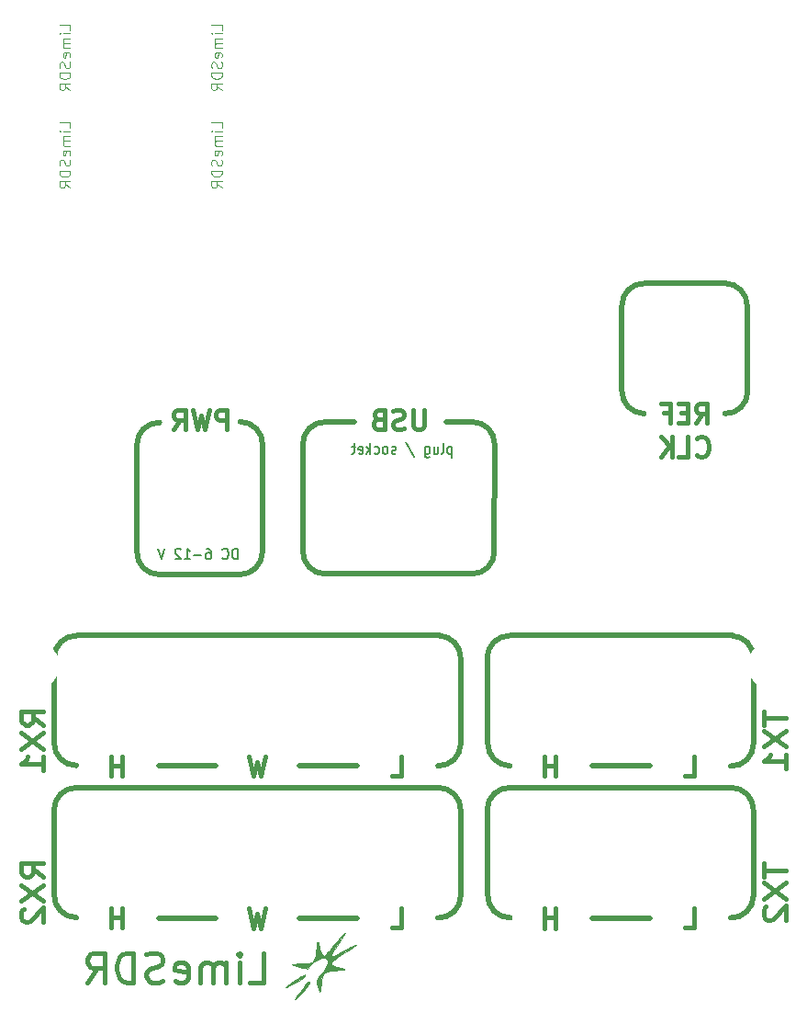
<source format=gbo>
%MOIN*%
%OFA0B0*%
%FSLAX46Y46*%
%IPPOS*%
%LPD*%
%ADD10C,0.005905511811023622*%
%ADD11C,0.015748031496062995*%
%ADD12C,0.01968503937007874*%
%ADD13C,0.017716535433070866*%
%ADD14C,0.00039370078740157485*%
%ADD15C,0.03937007874015748*%
%ADD16C,0.11811023622047245*%
%ADD17C,0.027559055118110236*%
%ADD18C,0.053149606299212608*%
%ADD29C,0.005905511811023622*%
%ADD30C,0.0078740157480314977*%
%ADD31C,0.01968503937007874*%
%ADD32C,0.015748031496062995*%
%ADD33C,0.03937007874015748*%
%ADD34C,0.11811023622047245*%
%ADD35C,0.027559055118110236*%
%ADD36C,0.053149606299212608*%
%ADD47C,0.005905511811023622*%
%ADD48C,0.0039370078740157488*%
%ADD49C,0.21653543307086615*%
%ADD50C,0.01*%
%ADD61C,0.005905511811023622*%
%ADD62C,0.0039370078740157488*%
%ADD63C,0.21653543307086615*%
%ADD64C,0.01*%
%ADD75C,0.005905511811023622*%
%ADD76C,0.0039370078740157488*%
%ADD77C,0.21653543307086615*%
%ADD78C,0.01*%
%ADD89C,0.005905511811023622*%
%ADD90C,0.0039370078740157488*%
%ADD91C,0.21653543307086615*%
%ADD92C,0.01*%
%ADD103C,0.005905511811023622*%
%ADD114C,0.005905511811023622*%
%LPD*%
G01G01G01G01G01G01G01G01*
D10*
D11*
X0002514285Y0000830539D02*
X0002548031Y0000830539D01*
X0002548031Y0000901406D01*
D12*
X0002386614Y0000866535D02*
X0002177952Y0000866535D01*
D11*
X0002044655Y0000829953D02*
X0002044655Y0000900819D01*
X0002044655Y0000867074D02*
X0002004160Y0000867074D01*
X0002004160Y0000829953D02*
X0002004160Y0000900819D01*
D12*
X0001878346Y0000866929D02*
G75*
G02G02G02G02X0001797637Y0000949630J0000080732D01X0001797637Y0000949630J0000080732D01X0001797637Y0000949630J0000080732D01G02G02X0001797637Y0000949630J0000080732D01G02G02X0001797637Y0000949630J0000080732D01X0001797637Y0000949630J0000080732D01X0001797637Y0000949630J0000080732D01X0001797637Y0000949630J0000080732D01*
G01G01G01G01G01G01G01G01*
X0001795669Y0001256692D02*
X0001797637Y0000949630D01*
X0001795645Y0001258267D02*
G75*
G02G02G02G02X0001878346Y0001338976I0000080732D01X0001878346Y0001338976I0000080732D01X0001878346Y0001338976I0000080732D01G02G02X0001878346Y0001338976I0000080732D01G02G02X0001878346Y0001338976I0000080732D01X0001878346Y0001338976I0000080732D01X0001878346Y0001338976I0000080732D01X0001878346Y0001338976I0000080732D01*
G01G01G01G01G01G01G01G01*
X0002685826Y0001338976D02*
X0001878740Y0001338976D01*
X0002681889Y0001338976D02*
G75*
G02G02G02G02X0002762598Y0001256275J-0000080732D01X0002762598Y0001256275J-0000080732D01X0002762598Y0001256275J-0000080732D01G02G02X0002762598Y0001256275J-0000080732D01G02G02X0002762598Y0001256275J-0000080732D01X0002762598Y0001256275J-0000080732D01X0002762598Y0001256275J-0000080732D01X0002762598Y0001256275J-0000080732D01*
G01G01G01G01G01G01G01G01*
X0002762598Y0000946455D02*
X0002762598Y0001256275D01*
X0002762598Y0000946455D02*
G75*
G02G02G02G02X0002679897Y0000865747I-0000080732D01X0002679897Y0000865747I-0000080732D01X0002679897Y0000865747I-0000080732D01G02G02X0002679897Y0000865747I-0000080732D01G02G02X0002679897Y0000865747I-0000080732D01X0002679897Y0000865747I-0000080732D01X0002679897Y0000865747I-0000080732D01X0002679897Y0000865747I-0000080732D01*
G01G01G01G01G01G01G01G01*
D11*
X0002800187Y0001064323D02*
X0002800187Y0001014829D01*
X0002878927Y0001039576D02*
X0002800187Y0001039576D01*
X0002800187Y0000994207D02*
X0002878927Y0000936463D01*
X0002800187Y0000936463D02*
X0002878927Y0000994207D01*
X0002878927Y0000858099D02*
X0002878927Y0000907592D01*
X0002878927Y0000882845D02*
X0002800187Y0000882845D01*
X0002811436Y0000891094D01*
X0002818935Y0000899343D01*
X0002822683Y0000907592D01*
D12*
X0001795645Y0000707086D02*
G75*
G02G02G02G02X0001878346Y0000787794I0000080732D01X0001878346Y0000787794I0000080732D01X0001878346Y0000787794I0000080732D01G02G02X0001878346Y0000787794I0000080732D01G02G02X0001878346Y0000787794I0000080732D01X0001878346Y0000787794I0000080732D01X0001878346Y0000787794I0000080732D01X0001878346Y0000787794I0000080732D01*
G01G01G01G01G01G01G01G01*
X0001795669Y0000705511D02*
X0001797637Y0000398449D01*
X0001878346Y0000315748D02*
G75*
G02G02G02G02X0001797637Y0000398449J0000080732D01X0001797637Y0000398449J0000080732D01X0001797637Y0000398449J0000080732D01G02G02X0001797637Y0000398449J0000080732D01G02G02X0001797637Y0000398449J0000080732D01X0001797637Y0000398449J0000080732D01X0001797637Y0000398449J0000080732D01X0001797637Y0000398449J0000080732D01*
G01G01G01G01G01G01G01G01*
X0001618897Y0001338976D02*
G75*
G02G02G02G02X0001699606Y0001256275J-0000080732D01X0001699606Y0001256275J-0000080732D01X0001699606Y0001256275J-0000080732D01G02G02X0001699606Y0001256275J-0000080732D01G02G02X0001699606Y0001256275J-0000080732D01X0001699606Y0001256275J-0000080732D01X0001699606Y0001256275J-0000080732D01X0001699606Y0001256275J-0000080732D01*
G01G01G01G01G01G01G01G01*
X0001699606Y0000948425D02*
X0001699606Y0001256275D01*
X0001699606Y0000947244D02*
G75*
G02G02G02G02X0001616905Y0000866535I-0000080732D01X0001616905Y0000866535I-0000080732D01X0001616905Y0000866535I-0000080732D01G02G02X0001616905Y0000866535I-0000080732D01G02G02X0001616905Y0000866535I-0000080732D01X0001616905Y0000866535I-0000080732D01X0001616905Y0000866535I-0000080732D01X0001616905Y0000866535I-0000080732D01*
G01G01G01G01G01G01G01G01*
D11*
X0001451293Y0000830539D02*
X0001485039Y0000830539D01*
X0001485039Y0000901406D01*
D12*
X0001323622Y0000866535D02*
X0001114960Y0000866535D01*
D11*
X0000991788Y0000900819D02*
X0000974915Y0000829953D01*
X0000961417Y0000880571D01*
X0000947918Y0000829953D01*
X0000931046Y0000900819D01*
D12*
X0000811811Y0000866535D02*
X0000603149Y0000866535D01*
D11*
X0000469853Y0000830539D02*
X0000469853Y0000901406D01*
X0000469853Y0000867660D02*
X0000429358Y0000867660D01*
X0000429358Y0000830539D02*
X0000429358Y0000901406D01*
D12*
X0000304174Y0000867917D02*
G75*
G02G02G02G02X0000223465Y0000950618J0000080732D01X0000223465Y0000950618J0000080732D01X0000223465Y0000950618J0000080732D01G02G02X0000223465Y0000950618J0000080732D01G02G02X0000223465Y0000950618J0000080732D01X0000223465Y0000950618J0000080732D01X0000223465Y0000950618J0000080732D01X0000223465Y0000950618J0000080732D01*
G01G01G01G01G01G01G01G01*
X0001622834Y0001338976D02*
X0000305905Y0001338976D01*
X0000223204Y0001258267D02*
G75*
G02G02G02G02X0000305905Y0001338976I0000080732D01X0000305905Y0001338976I0000080732D01X0000305905Y0001338976I0000080732D01G02G02X0000305905Y0001338976I0000080732D01G02G02X0000305905Y0001338976I0000080732D01X0000305905Y0001338976I0000080732D01X0000305905Y0001338976I0000080732D01X0000305905Y0001338976I0000080732D01*
G01G01G01G01G01G01G01G01*
X0000223465Y0000950594D02*
X0000223465Y0001259650D01*
D11*
X0000183258Y0001015523D02*
X0000145762Y0001044394D01*
X0000183258Y0001065016D02*
X0000104518Y0001065016D01*
X0000104518Y0001032021D01*
X0000108267Y0001023771D01*
X0000112017Y0001019647D01*
X0000119515Y0001015523D01*
X0000130762Y0001015523D01*
X0000138263Y0001019647D01*
X0000142013Y0001023771D01*
X0000145762Y0001032021D01*
X0000145762Y0001065016D01*
X0000104518Y0000986651D02*
X0000183258Y0000928908D01*
X0000104518Y0000928908D02*
X0000183258Y0000986651D01*
X0000183258Y0000850543D02*
X0000183258Y0000900037D01*
X0000183258Y0000875290D02*
X0000104518Y0000875290D01*
X0000115766Y0000883539D01*
X0000123265Y0000891788D01*
X0000127013Y0000900037D01*
X0002044655Y0000278772D02*
X0002044655Y0000349638D01*
X0002044655Y0000315892D02*
X0002004160Y0000315892D01*
X0002004160Y0000278772D02*
X0002004160Y0000349638D01*
X0002514285Y0000279358D02*
X0002548031Y0000279358D01*
X0002548031Y0000350225D01*
D12*
X0002386614Y0000315353D02*
X0002177952Y0000315353D01*
X0002685826Y0000787794D02*
X0001878740Y0000787794D01*
X0002681889Y0000787794D02*
G75*
G02G02G02G02X0002762598Y0000705094J-0000080732D01X0002762598Y0000705094J-0000080732D01X0002762598Y0000705094J-0000080732D01G02G02X0002762598Y0000705094J-0000080732D01G02G02X0002762598Y0000705094J-0000080732D01X0002762598Y0000705094J-0000080732D01X0002762598Y0000705094J-0000080732D01X0002762598Y0000705094J-0000080732D01*
G01G01G01G01G01G01G01G01*
X0002762598Y0000395275D02*
X0002762598Y0000705094D01*
X0002762598Y0000396062D02*
G75*
G02G02G02G02X0002679897Y0000315353I-0000080732D01X0002679897Y0000315353I-0000080732D01X0002679897Y0000315353I-0000080732D01G02G02X0002679897Y0000315353I-0000080732D01G02G02X0002679897Y0000315353I-0000080732D01X0002679897Y0000315353I-0000080732D01X0002679897Y0000315353I-0000080732D01X0002679897Y0000315353I-0000080732D01*
G01G01G01G01G01G01G01G01*
D11*
X0002800187Y0000513142D02*
X0002800187Y0000463648D01*
X0002878927Y0000488394D02*
X0002800187Y0000488394D01*
X0002800187Y0000443025D02*
X0002878927Y0000385283D01*
X0002800187Y0000385283D02*
X0002878927Y0000443025D01*
X0002807686Y0000356410D02*
X0002803937Y0000352287D01*
X0002800187Y0000344038D01*
X0002800187Y0000323415D01*
X0002803937Y0000315166D01*
X0002807686Y0000311042D01*
X0002815185Y0000306917D01*
X0002822683Y0000306917D01*
X0002833933Y0000311042D01*
X0002878927Y0000360536D01*
X0002878927Y0000306917D01*
D12*
X0000811811Y0000315353D02*
X0000603149Y0000315353D01*
D11*
X0000183258Y0000464341D02*
X0000145762Y0000493213D01*
X0000183258Y0000513835D02*
X0000104518Y0000513835D01*
X0000104518Y0000480839D01*
X0000108267Y0000472590D01*
X0000112017Y0000468466D01*
X0000119515Y0000464341D01*
X0000130762Y0000464341D01*
X0000138263Y0000468466D01*
X0000142013Y0000472590D01*
X0000145762Y0000480839D01*
X0000145762Y0000513835D01*
X0000104518Y0000435470D02*
X0000183258Y0000377727D01*
X0000104518Y0000377727D02*
X0000183258Y0000435470D01*
X0000112017Y0000348856D02*
X0000108267Y0000344730D01*
X0000104518Y0000336482D01*
X0000104518Y0000315860D01*
X0000108267Y0000307611D01*
X0000112017Y0000303487D01*
X0000119515Y0000299362D01*
X0000127013Y0000299362D01*
X0000138263Y0000303487D01*
X0000183258Y0000352980D01*
X0000183258Y0000299362D01*
D12*
X0001699606Y0000395275D02*
X0001699606Y0000705094D01*
X0001699606Y0000396062D02*
G75*
G02G02G02G02X0001616905Y0000315353I-0000080732D01X0001616905Y0000315353I-0000080732D01X0001616905Y0000315353I-0000080732D01G02G02X0001616905Y0000315353I-0000080732D01G02G02X0001616905Y0000315353I-0000080732D01X0001616905Y0000315353I-0000080732D01X0001616905Y0000315353I-0000080732D01X0001616905Y0000315353I-0000080732D01*
G01G01G01G01G01G01G01G01*
X0001618897Y0000787794D02*
G75*
G02G02G02G02X0001699606Y0000705094J-0000080732D01X0001699606Y0000705094J-0000080732D01X0001699606Y0000705094J-0000080732D01G02G02X0001699606Y0000705094J-0000080732D01G02G02X0001699606Y0000705094J-0000080732D01X0001699606Y0000705094J-0000080732D01X0001699606Y0000705094J-0000080732D01X0001699606Y0000705094J-0000080732D01*
G01G01G01G01G01G01G01G01*
X0001323622Y0000315353D02*
X0001114960Y0000315353D01*
X0000223465Y0000399413D02*
X0000223465Y0000708468D01*
X0000304174Y0000316736D02*
G75*
G02G02G02G02X0000223465Y0000399437J0000080732D01X0000223465Y0000399437J0000080732D01X0000223465Y0000399437J0000080732D01G02G02X0000223465Y0000399437J0000080732D01G02G02X0000223465Y0000399437J0000080732D01X0000223465Y0000399437J0000080732D01X0000223465Y0000399437J0000080732D01X0000223465Y0000399437J0000080732D01*
G01G01G01G01G01G01G01G01*
X0000223204Y0000707086D02*
G75*
G02G02G02G02X0000305905Y0000787794I0000080732D01X0000305905Y0000787794I0000080732D01X0000305905Y0000787794I0000080732D01G02G02X0000305905Y0000787794I0000080732D01G02G02X0000305905Y0000787794I0000080732D01X0000305905Y0000787794I0000080732D01X0000305905Y0000787794I0000080732D01X0000305905Y0000787794I0000080732D01*
G01G01G01G01G01G01G01G01*
X0001622834Y0000787794D02*
X0000305905Y0000787794D01*
D11*
X0000469853Y0000279358D02*
X0000469853Y0000350225D01*
X0000469853Y0000316479D02*
X0000429358Y0000316479D01*
X0000429358Y0000279358D02*
X0000429358Y0000350225D01*
X0000991788Y0000349638D02*
X0000974915Y0000278772D01*
X0000961417Y0000329391D01*
X0000947918Y0000278772D01*
X0000931046Y0000349638D01*
X0001451293Y0000279358D02*
X0001485039Y0000279358D01*
X0001485039Y0000350225D01*
D13*
X0000931889Y0000082227D02*
X0000982508Y0000082227D01*
X0000982508Y0000188526D01*
X0000896456Y0000082227D02*
X0000896456Y0000153093D01*
X0000896456Y0000188526D02*
X0000901518Y0000183464D01*
X0000896456Y0000178402D01*
X0000891394Y0000183464D01*
X0000896456Y0000188526D01*
X0000896456Y0000178402D01*
X0000845837Y0000082227D02*
X0000845837Y0000153093D01*
X0000845837Y0000142969D02*
X0000840776Y0000148031D01*
X0000830652Y0000153093D01*
X0000815466Y0000153093D01*
X0000805343Y0000148031D01*
X0000800281Y0000137907D01*
X0000800281Y0000082227D01*
X0000800281Y0000137907D02*
X0000795219Y0000148031D01*
X0000785095Y0000153093D01*
X0000769910Y0000153093D01*
X0000759785Y0000148031D01*
X0000754724Y0000137907D01*
X0000754724Y0000082227D01*
X0000663610Y0000087289D02*
X0000673734Y0000082227D01*
X0000693981Y0000082227D01*
X0000704105Y0000087289D01*
X0000709167Y0000097412D01*
X0000709167Y0000137907D01*
X0000704105Y0000148031D01*
X0000693981Y0000153093D01*
X0000673734Y0000153093D01*
X0000663610Y0000148031D01*
X0000658548Y0000137907D01*
X0000658548Y0000127784D01*
X0000709167Y0000117660D01*
X0000618053Y0000087289D02*
X0000602868Y0000082227D01*
X0000577559Y0000082227D01*
X0000567435Y0000087289D01*
X0000562373Y0000092350D01*
X0000557311Y0000102474D01*
X0000557311Y0000112598D01*
X0000562373Y0000122722D01*
X0000567435Y0000127784D01*
X0000577559Y0000132845D01*
X0000597806Y0000137907D01*
X0000607930Y0000142969D01*
X0000612992Y0000148031D01*
X0000618053Y0000158155D01*
X0000618053Y0000168278D01*
X0000612992Y0000178402D01*
X0000607930Y0000183464D01*
X0000597806Y0000188526D01*
X0000572497Y0000188526D01*
X0000557311Y0000183464D01*
X0000511754Y0000082227D02*
X0000511754Y0000188526D01*
X0000486445Y0000188526D01*
X0000471259Y0000183464D01*
X0000461136Y0000173340D01*
X0000456074Y0000163217D01*
X0000451012Y0000142969D01*
X0000451012Y0000127784D01*
X0000456074Y0000107535D01*
X0000461136Y0000097412D01*
X0000471259Y0000087289D01*
X0000486445Y0000082227D01*
X0000511754Y0000082227D01*
X0000344713Y0000082227D02*
X0000380145Y0000132845D01*
X0000405454Y0000082227D02*
X0000405454Y0000188526D01*
X0000364960Y0000188526D01*
X0000354836Y0000183464D01*
X0000349775Y0000178402D01*
X0000344713Y0000168278D01*
X0000344713Y0000153093D01*
X0000349775Y0000142969D01*
X0000354836Y0000137907D01*
X0000364960Y0000132845D01*
X0000405454Y0000132845D01*
D14*
G36*
X0001144647Y0000082748D02*
X0001143207Y0000082296D01*
X0001141609Y0000081223D01*
X0001139623Y0000079267D01*
X0001137023Y0000076163D01*
X0001133582Y0000071651D01*
X0001129072Y0000065468D01*
X0001123267Y0000057351D01*
X0001119551Y0000052125D01*
X0001113720Y0000043881D01*
X0001108472Y0000036393D01*
X0001104024Y0000029976D01*
X0001100596Y0000024949D01*
X0001098405Y0000021627D01*
X0001097668Y0000020340D01*
X0001098306Y0000019251D01*
X0001100506Y0000020447D01*
X0001104299Y0000023949D01*
X0001107039Y0000026827D01*
X0001113898Y0000034272D01*
X0001119380Y0000040322D01*
X0001124074Y0000045661D01*
X0001128568Y0000050965D01*
X0001133449Y0000056915D01*
X0001138770Y0000063520D01*
X0001143373Y0000069399D01*
X0001147204Y0000074546D01*
X0001149959Y0000078536D01*
X0001151334Y0000080938D01*
X0001151424Y0000081379D01*
X0001149815Y0000082371D01*
X0001146543Y0000082835D01*
X0001146154Y0000082840D01*
X0001144647Y0000082748D01*
X0001144647Y0000082748D01*
G37*
X0001144647Y0000082748D02*
X0001143207Y0000082296D01*
X0001141609Y0000081223D01*
X0001139623Y0000079267D01*
X0001137023Y0000076163D01*
X0001133582Y0000071651D01*
X0001129072Y0000065468D01*
X0001123267Y0000057351D01*
X0001119551Y0000052125D01*
X0001113720Y0000043881D01*
X0001108472Y0000036393D01*
X0001104024Y0000029976D01*
X0001100596Y0000024949D01*
X0001098405Y0000021627D01*
X0001097668Y0000020340D01*
X0001098306Y0000019251D01*
X0001100506Y0000020447D01*
X0001104299Y0000023949D01*
X0001107039Y0000026827D01*
X0001113898Y0000034272D01*
X0001119380Y0000040322D01*
X0001124074Y0000045661D01*
X0001128568Y0000050965D01*
X0001133449Y0000056915D01*
X0001138770Y0000063520D01*
X0001143373Y0000069399D01*
X0001147204Y0000074546D01*
X0001149959Y0000078536D01*
X0001151334Y0000080938D01*
X0001151424Y0000081379D01*
X0001149815Y0000082371D01*
X0001146543Y0000082835D01*
X0001146154Y0000082840D01*
X0001144647Y0000082748D01*
G36*
X0001276961Y0000261405D02*
X0001274118Y0000258776D01*
X0001269844Y0000254035D01*
X0001267474Y0000251253D01*
X0001263416Y0000246449D01*
X0001259952Y0000242369D01*
X0001257560Y0000239578D01*
X0001256837Y0000238754D01*
X0001255493Y0000237174D01*
X0001252650Y0000233763D01*
X0001248621Y0000228899D01*
X0001243720Y0000222961D01*
X0001238329Y0000216411D01*
X0001232201Y0000209046D01*
X0001225961Y0000201707D01*
X0001220117Y0000194980D01*
X0001215175Y0000189449D01*
X0001212341Y0000186411D01*
X0001208072Y0000182038D01*
X0001205232Y0000179424D01*
X0001203276Y0000178265D01*
X0001201655Y0000178257D01*
X0001199823Y0000179100D01*
X0001199492Y0000179283D01*
X0001195656Y0000182334D01*
X0001192611Y0000186998D01*
X0001190137Y0000193710D01*
X0001188304Y0000201432D01*
X0001186449Y0000210634D01*
X0001185037Y0000217407D01*
X0001183960Y0000222120D01*
X0001183107Y0000225148D01*
X0001182368Y0000226861D01*
X0001181635Y0000227631D01*
X0001180796Y0000227835D01*
X0001180519Y0000227840D01*
X0001179407Y0000227363D01*
X0001178520Y0000225635D01*
X0001177740Y0000222205D01*
X0001176950Y0000216624D01*
X0001176461Y0000212417D01*
X0001175740Y0000205414D01*
X0001175166Y0000198859D01*
X0001174813Y0000193647D01*
X0001174735Y0000191345D01*
X0001174035Y0000185100D01*
X0001172182Y0000177553D01*
X0001169516Y0000169839D01*
X0001166380Y0000163094D01*
X0001166070Y0000162545D01*
X0001164129Y0000158451D01*
X0001163729Y0000155890D01*
X0001164805Y0000155194D01*
X0001167238Y0000156647D01*
X0001168752Y0000157753D01*
X0001171115Y0000159135D01*
X0001174734Y0000160998D01*
X0001180016Y0000163552D01*
X0001187369Y0000167001D01*
X0001190181Y0000168307D01*
X0001193473Y0000169191D01*
X0001198289Y0000169778D01*
X0001201374Y0000169909D01*
X0001206224Y0000169760D01*
X0001209302Y0000168957D01*
X0001211679Y0000167133D01*
X0001212661Y0000166048D01*
X0001215299Y0000161902D01*
X0001216932Y0000157401D01*
X0001216942Y0000157346D01*
X0001216683Y0000151917D01*
X0001214221Y0000144762D01*
X0001209587Y0000135935D01*
X0001202814Y0000125488D01*
X0001193934Y0000113482D01*
X0001183037Y0000100032D01*
X0001178653Y0000094449D01*
X0001176101Y0000090352D01*
X0001175516Y0000087958D01*
X0001175539Y0000087890D01*
X0001176285Y0000085249D01*
X0001177206Y0000081007D01*
X0001177667Y0000078554D01*
X0001178385Y0000074800D01*
X0001179272Y0000070921D01*
X0001180502Y0000066249D01*
X0001182252Y0000060111D01*
X0001184369Y0000052933D01*
X0001186006Y0000049419D01*
X0001187939Y0000048083D01*
X0001189723Y0000049231D01*
X0001189736Y0000049252D01*
X0001190173Y0000051179D01*
X0001190709Y0000055399D01*
X0001191286Y0000061353D01*
X0001191847Y0000068480D01*
X0001192025Y0000071113D01*
X0001192998Y0000082862D01*
X0001194289Y0000092206D01*
X0001196016Y0000099590D01*
X0001198298Y0000105461D01*
X0001201256Y0000110263D01*
X0001203065Y0000112448D01*
X0001206286Y0000115814D01*
X0001209436Y0000118481D01*
X0001212910Y0000120552D01*
X0001217102Y0000122130D01*
X0001222409Y0000123320D01*
X0001229223Y0000124223D01*
X0001237940Y0000124944D01*
X0001248956Y0000125586D01*
X0001254295Y0000125851D01*
X0001261710Y0000126280D01*
X0001268158Y0000126774D01*
X0001273072Y0000127283D01*
X0001275887Y0000127754D01*
X0001276264Y0000127895D01*
X0001277345Y0000129545D01*
X0001276190Y0000131140D01*
X0001273367Y0000132068D01*
X0001272328Y0000132125D01*
X0001267153Y0000132652D01*
X0001260554Y0000134065D01*
X0001253284Y0000136120D01*
X0001246086Y0000138568D01*
X0001239709Y0000141163D01*
X0001234902Y0000143657D01*
X0001232950Y0000145131D01*
X0001230429Y0000147897D01*
X0001229733Y0000149920D01*
X0001230574Y0000152376D01*
X0001230973Y0000153164D01*
X0001234020Y0000157282D01*
X0001239477Y0000162473D01*
X0001247398Y0000168783D01*
X0001257837Y0000176255D01*
X0001260463Y0000178051D01*
X0001267266Y0000182594D01*
X0001275185Y0000187764D01*
X0001283618Y0000193178D01*
X0001291962Y0000198456D01*
X0001299613Y0000203213D01*
X0001305968Y0000207071D01*
X0001309686Y0000209235D01*
X0001315068Y0000212344D01*
X0001318354Y0000214512D01*
X0001320000Y0000216083D01*
X0001320459Y0000217406D01*
X0001320461Y0000217440D01*
X0001319302Y0000217378D01*
X0001315808Y0000216030D01*
X0001309953Y0000213384D01*
X0001301717Y0000209429D01*
X0001291069Y0000204152D01*
X0001277988Y0000197540D01*
X0001262447Y0000189582D01*
X0001245720Y0000180939D01*
X0001239437Y0000177818D01*
X0001235134Y0000176049D01*
X0001232362Y0000175480D01*
X0001230805Y0000175868D01*
X0001228614Y0000177771D01*
X0001228025Y0000178716D01*
X0001228209Y0000179687D01*
X0001229152Y0000181713D01*
X0001230949Y0000184948D01*
X0001233695Y0000189542D01*
X0001237485Y0000195647D01*
X0001242415Y0000203416D01*
X0001248579Y0000213001D01*
X0001256072Y0000224552D01*
X0001264991Y0000238221D01*
X0001272117Y0000249109D01*
X0001275213Y0000253967D01*
X0001277594Y0000257950D01*
X0001278895Y0000260440D01*
X0001279032Y0000260895D01*
X0001278543Y0000262064D01*
X0001276961Y0000261405D01*
X0001276961Y0000261405D01*
G37*
X0001276961Y0000261405D02*
X0001274118Y0000258776D01*
X0001269844Y0000254035D01*
X0001267474Y0000251253D01*
X0001263416Y0000246449D01*
X0001259952Y0000242369D01*
X0001257560Y0000239578D01*
X0001256837Y0000238754D01*
X0001255493Y0000237174D01*
X0001252650Y0000233763D01*
X0001248621Y0000228899D01*
X0001243720Y0000222961D01*
X0001238329Y0000216411D01*
X0001232201Y0000209046D01*
X0001225961Y0000201707D01*
X0001220117Y0000194980D01*
X0001215175Y0000189449D01*
X0001212341Y0000186411D01*
X0001208072Y0000182038D01*
X0001205232Y0000179424D01*
X0001203276Y0000178265D01*
X0001201655Y0000178257D01*
X0001199823Y0000179100D01*
X0001199492Y0000179283D01*
X0001195656Y0000182334D01*
X0001192611Y0000186998D01*
X0001190137Y0000193710D01*
X0001188304Y0000201432D01*
X0001186449Y0000210634D01*
X0001185037Y0000217407D01*
X0001183960Y0000222120D01*
X0001183107Y0000225148D01*
X0001182368Y0000226861D01*
X0001181635Y0000227631D01*
X0001180796Y0000227835D01*
X0001180519Y0000227840D01*
X0001179407Y0000227363D01*
X0001178520Y0000225635D01*
X0001177740Y0000222205D01*
X0001176950Y0000216624D01*
X0001176461Y0000212417D01*
X0001175740Y0000205414D01*
X0001175166Y0000198859D01*
X0001174813Y0000193647D01*
X0001174735Y0000191345D01*
X0001174035Y0000185100D01*
X0001172182Y0000177553D01*
X0001169516Y0000169839D01*
X0001166380Y0000163094D01*
X0001166070Y0000162545D01*
X0001164129Y0000158451D01*
X0001163729Y0000155890D01*
X0001164805Y0000155194D01*
X0001167238Y0000156647D01*
X0001168752Y0000157753D01*
X0001171115Y0000159135D01*
X0001174734Y0000160998D01*
X0001180016Y0000163552D01*
X0001187369Y0000167001D01*
X0001190181Y0000168307D01*
X0001193473Y0000169191D01*
X0001198289Y0000169778D01*
X0001201374Y0000169909D01*
X0001206224Y0000169760D01*
X0001209302Y0000168957D01*
X0001211679Y0000167133D01*
X0001212661Y0000166048D01*
X0001215299Y0000161902D01*
X0001216932Y0000157401D01*
X0001216942Y0000157346D01*
X0001216683Y0000151917D01*
X0001214221Y0000144762D01*
X0001209587Y0000135935D01*
X0001202814Y0000125488D01*
X0001193934Y0000113482D01*
X0001183037Y0000100032D01*
X0001178653Y0000094449D01*
X0001176101Y0000090352D01*
X0001175516Y0000087958D01*
X0001175539Y0000087890D01*
X0001176285Y0000085249D01*
X0001177206Y0000081007D01*
X0001177667Y0000078554D01*
X0001178385Y0000074800D01*
X0001179272Y0000070921D01*
X0001180502Y0000066249D01*
X0001182252Y0000060111D01*
X0001184369Y0000052933D01*
X0001186006Y0000049419D01*
X0001187939Y0000048083D01*
X0001189723Y0000049231D01*
X0001189736Y0000049252D01*
X0001190173Y0000051179D01*
X0001190709Y0000055399D01*
X0001191286Y0000061353D01*
X0001191847Y0000068480D01*
X0001192025Y0000071113D01*
X0001192998Y0000082862D01*
X0001194289Y0000092206D01*
X0001196016Y0000099590D01*
X0001198298Y0000105461D01*
X0001201256Y0000110263D01*
X0001203065Y0000112448D01*
X0001206286Y0000115814D01*
X0001209436Y0000118481D01*
X0001212910Y0000120552D01*
X0001217102Y0000122130D01*
X0001222409Y0000123320D01*
X0001229223Y0000124223D01*
X0001237940Y0000124944D01*
X0001248956Y0000125586D01*
X0001254295Y0000125851D01*
X0001261710Y0000126280D01*
X0001268158Y0000126774D01*
X0001273072Y0000127283D01*
X0001275887Y0000127754D01*
X0001276264Y0000127895D01*
X0001277345Y0000129545D01*
X0001276190Y0000131140D01*
X0001273367Y0000132068D01*
X0001272328Y0000132125D01*
X0001267153Y0000132652D01*
X0001260554Y0000134065D01*
X0001253284Y0000136120D01*
X0001246086Y0000138568D01*
X0001239709Y0000141163D01*
X0001234902Y0000143657D01*
X0001232950Y0000145131D01*
X0001230429Y0000147897D01*
X0001229733Y0000149920D01*
X0001230574Y0000152376D01*
X0001230973Y0000153164D01*
X0001234020Y0000157282D01*
X0001239477Y0000162473D01*
X0001247398Y0000168783D01*
X0001257837Y0000176255D01*
X0001260463Y0000178051D01*
X0001267266Y0000182594D01*
X0001275185Y0000187764D01*
X0001283618Y0000193178D01*
X0001291962Y0000198456D01*
X0001299613Y0000203213D01*
X0001305968Y0000207071D01*
X0001309686Y0000209235D01*
X0001315068Y0000212344D01*
X0001318354Y0000214512D01*
X0001320000Y0000216083D01*
X0001320459Y0000217406D01*
X0001320461Y0000217440D01*
X0001319302Y0000217378D01*
X0001315808Y0000216030D01*
X0001309953Y0000213384D01*
X0001301717Y0000209429D01*
X0001291069Y0000204152D01*
X0001277988Y0000197540D01*
X0001262447Y0000189582D01*
X0001245720Y0000180939D01*
X0001239437Y0000177818D01*
X0001235134Y0000176049D01*
X0001232362Y0000175480D01*
X0001230805Y0000175868D01*
X0001228614Y0000177771D01*
X0001228025Y0000178716D01*
X0001228209Y0000179687D01*
X0001229152Y0000181713D01*
X0001230949Y0000184948D01*
X0001233695Y0000189542D01*
X0001237485Y0000195647D01*
X0001242415Y0000203416D01*
X0001248579Y0000213001D01*
X0001256072Y0000224552D01*
X0001264991Y0000238221D01*
X0001272117Y0000249109D01*
X0001275213Y0000253967D01*
X0001277594Y0000257950D01*
X0001278895Y0000260440D01*
X0001279032Y0000260895D01*
X0001278543Y0000262064D01*
X0001276961Y0000261405D01*
G36*
X0001132646Y0000108918D02*
X0001128396Y0000107181D01*
X0001121914Y0000103881D01*
X0001120813Y0000103290D01*
X0001114176Y0000099553D01*
X0001106737Y0000095115D01*
X0001098872Y0000090225D01*
X0001090956Y0000085138D01*
X0001083367Y0000080105D01*
X0001076480Y0000075377D01*
X0001070672Y0000071208D01*
X0001066319Y0000067849D01*
X0001063797Y0000065553D01*
X0001063318Y0000064760D01*
X0001063711Y0000063908D01*
X0001065105Y0000063872D01*
X0001067821Y0000064767D01*
X0001072178Y0000066718D01*
X0001078498Y0000069848D01*
X0001084032Y0000072689D01*
X0001096693Y0000079342D01*
X0001107022Y0000085021D01*
X0001115298Y0000089909D01*
X0001121803Y0000094189D01*
X0001126815Y0000098045D01*
X0001130614Y0000101659D01*
X0001133276Y0000104924D01*
X0001134957Y0000107773D01*
X0001134790Y0000109110D01*
X0001132646Y0000108918D01*
X0001132646Y0000108918D01*
G37*
X0001132646Y0000108918D02*
X0001128396Y0000107181D01*
X0001121914Y0000103881D01*
X0001120813Y0000103290D01*
X0001114176Y0000099553D01*
X0001106737Y0000095115D01*
X0001098872Y0000090225D01*
X0001090956Y0000085138D01*
X0001083367Y0000080105D01*
X0001076480Y0000075377D01*
X0001070672Y0000071208D01*
X0001066319Y0000067849D01*
X0001063797Y0000065553D01*
X0001063318Y0000064760D01*
X0001063711Y0000063908D01*
X0001065105Y0000063872D01*
X0001067821Y0000064767D01*
X0001072178Y0000066718D01*
X0001078498Y0000069848D01*
X0001084032Y0000072689D01*
X0001096693Y0000079342D01*
X0001107022Y0000085021D01*
X0001115298Y0000089909D01*
X0001121803Y0000094189D01*
X0001126815Y0000098045D01*
X0001130614Y0000101659D01*
X0001133276Y0000104924D01*
X0001134957Y0000107773D01*
X0001134790Y0000109110D01*
X0001132646Y0000108918D01*
G36*
X0001156687Y0000153007D02*
X0001153836Y0000152586D01*
X0001148758Y0000152066D01*
X0001142079Y0000151501D01*
X0001134425Y0000150947D01*
X0001131175Y0000150738D01*
X0001118179Y0000149897D01*
X0001107824Y0000149144D01*
X0001099900Y0000148457D01*
X0001094191Y0000147814D01*
X0001090487Y0000147192D01*
X0001088573Y0000146571D01*
X0001088239Y0000146283D01*
X0001088886Y0000145157D01*
X0001091474Y0000144173D01*
X0001095799Y0000143089D01*
X0001101425Y0000141525D01*
X0001107589Y0000139712D01*
X0001113532Y0000137880D01*
X0001118493Y0000136261D01*
X0001121711Y0000135085D01*
X0001122265Y0000134832D01*
X0001125009Y0000133970D01*
X0001129493Y0000133116D01*
X0001133409Y0000132605D01*
X0001142033Y0000131703D01*
X0001149670Y0000139588D01*
X0001153625Y0000143857D01*
X0001156932Y0000147762D01*
X0001158932Y0000150520D01*
X0001159039Y0000150709D01*
X0001160035Y0000152934D01*
X0001159228Y0000153487D01*
X0001156687Y0000153007D01*
X0001156687Y0000153007D01*
G37*
X0001156687Y0000153007D02*
X0001153836Y0000152586D01*
X0001148758Y0000152066D01*
X0001142079Y0000151501D01*
X0001134425Y0000150947D01*
X0001131175Y0000150738D01*
X0001118179Y0000149897D01*
X0001107824Y0000149144D01*
X0001099900Y0000148457D01*
X0001094191Y0000147814D01*
X0001090487Y0000147192D01*
X0001088573Y0000146571D01*
X0001088239Y0000146283D01*
X0001088886Y0000145157D01*
X0001091474Y0000144173D01*
X0001095799Y0000143089D01*
X0001101425Y0000141525D01*
X0001107589Y0000139712D01*
X0001113532Y0000137880D01*
X0001118493Y0000136261D01*
X0001121711Y0000135085D01*
X0001122265Y0000134832D01*
X0001125009Y0000133970D01*
X0001129493Y0000133116D01*
X0001133409Y0000132605D01*
X0001142033Y0000131703D01*
X0001149670Y0000139588D01*
X0001153625Y0000143857D01*
X0001156932Y0000147762D01*
X0001158932Y0000150520D01*
X0001159039Y0000150709D01*
X0001160035Y0000152934D01*
X0001159228Y0000153487D01*
X0001156687Y0000153007D01*
%LPC*%
D15*
X0000221915Y0000145275D02*
G75*
G03G03G03G03X0000221915Y0000145275I-0000070734D01X0000221915Y0000145275I-0000070734D01X0000221915Y0000145275I-0000070734D01G03G03X0000221915Y0000145275I-0000070734D01G03G03X0000221915Y0000145275I-0000070734D01X0000221915Y0000145275I-0000070734D01X0000221915Y0000145275I-0000070734D01X0000221915Y0000145275I-0000070734D01*
G01G01G01G01G01G01G01G01*
X0000221522Y0001230708D02*
G75*
G03G03G03G03X0000221522Y0001230708I-0000070734D01X0000221522Y0001230708I-0000070734D01X0000221522Y0001230708I-0000070734D01G03G03X0000221522Y0001230708I-0000070734D01G03G03X0000221522Y0001230708I-0000070734D01X0000221522Y0001230708I-0000070734D01X0000221522Y0001230708I-0000070734D01X0000221522Y0001230708I-0000070734D01*
G01G01G01G01G01G01G01G01*
X0002903543Y0001231102D02*
G75*
G03G03G03G03X0002903543Y0001231102I-0000070734D01X0002903543Y0001231102I-0000070734D01X0002903543Y0001231102I-0000070734D01G03G03X0002903543Y0001231102I-0000070734D01G03G03X0002903543Y0001231102I-0000070734D01X0002903543Y0001231102I-0000070734D01X0002903543Y0001231102I-0000070734D01X0002903543Y0001231102I-0000070734D01*
G01G01G01G01G01G01G01G01*
X0002902077Y0000147445D02*
G75*
G03G03G03G03X0002902077Y0000147445I-0000070734D01X0002902077Y0000147445I-0000070734D01X0002902077Y0000147445I-0000070734D01G03G03X0002902077Y0000147445I-0000070734D01G03G03X0002902077Y0000147445I-0000070734D01X0002902077Y0000147445I-0000070734D01X0002902077Y0000147445I-0000070734D01X0002902077Y0000147445I-0000070734D01*
G01G01G01G01G01G01G01G01*
D16*
X0002640944Y0000559448D02*
G75*
G03G03G03G03X0002640944Y0000559448I-0000104724D01X0002640944Y0000559448I-0000104724D01X0002640944Y0000559448I-0000104724D01G03G03X0002640944Y0000559448I-0000104724D01G03G03X0002640944Y0000559448I-0000104724D01X0002640944Y0000559448I-0000104724D01X0002640944Y0000559448I-0000104724D01X0002640944Y0000559448I-0000104724D01*
G01G01G01G01G01G01G01G01*
D17*
X0002651574Y0000631889D02*
X0002651574Y0000486614D01*
D18*
X0002687007Y0000559448D02*
G75*
G03G03G03G03X0002687007Y0000559448I-0000150787D01X0002687007Y0000559448I-0000150787D01X0002687007Y0000559448I-0000150787D01G03G03X0002687007Y0000559448I-0000150787D01G03G03X0002687007Y0000559448I-0000150787D01X0002687007Y0000559448I-0000150787D01X0002687007Y0000559448I-0000150787D01X0002687007Y0000559448I-0000150787D01*
G01G01G01G01G01G01G01G01*
D16*
X0002129133Y0000559448D02*
G75*
G03G03G03G03X0002129133Y0000559448I-0000104724D01X0002129133Y0000559448I-0000104724D01X0002129133Y0000559448I-0000104724D01G03G03X0002129133Y0000559448I-0000104724D01G03G03X0002129133Y0000559448I-0000104724D01X0002129133Y0000559448I-0000104724D01X0002129133Y0000559448I-0000104724D01X0002129133Y0000559448I-0000104724D01*
G01G01G01G01G01G01G01G01*
D17*
X0002139763Y0000631889D02*
X0002139763Y0000486614D01*
D18*
X0002175196Y0000559448D02*
G75*
G03G03G03G03X0002175196Y0000559448I-0000150787D01X0002175196Y0000559448I-0000150787D01X0002175196Y0000559448I-0000150787D01G03G03X0002175196Y0000559448I-0000150787D01G03G03X0002175196Y0000559448I-0000150787D01X0002175196Y0000559448I-0000150787D01X0002175196Y0000559448I-0000150787D01X0002175196Y0000559448I-0000150787D01*
G01G01G01G01G01G01G01G01*
D16*
X0002640944Y0001110629D02*
G75*
G03G03G03G03X0002640944Y0001110629I-0000104724D01X0002640944Y0001110629I-0000104724D01X0002640944Y0001110629I-0000104724D01G03G03X0002640944Y0001110629I-0000104724D01G03G03X0002640944Y0001110629I-0000104724D01X0002640944Y0001110629I-0000104724D01X0002640944Y0001110629I-0000104724D01X0002640944Y0001110629I-0000104724D01*
G01G01G01G01G01G01G01G01*
D17*
X0002651574Y0001183070D02*
X0002651574Y0001037795D01*
D18*
X0002687007Y0001110629D02*
G75*
G03G03G03G03X0002687007Y0001110629I-0000150787D01X0002687007Y0001110629I-0000150787D01X0002687007Y0001110629I-0000150787D01G03G03X0002687007Y0001110629I-0000150787D01G03G03X0002687007Y0001110629I-0000150787D01X0002687007Y0001110629I-0000150787D01X0002687007Y0001110629I-0000150787D01X0002687007Y0001110629I-0000150787D01*
G01G01G01G01G01G01G01G01*
D16*
X0002129133Y0001110629D02*
G75*
G03G03G03G03X0002129133Y0001110629I-0000104724D01X0002129133Y0001110629I-0000104724D01X0002129133Y0001110629I-0000104724D01G03G03X0002129133Y0001110629I-0000104724D01G03G03X0002129133Y0001110629I-0000104724D01X0002129133Y0001110629I-0000104724D01X0002129133Y0001110629I-0000104724D01X0002129133Y0001110629I-0000104724D01*
G01G01G01G01G01G01G01G01*
D17*
X0002139763Y0001183070D02*
X0002139763Y0001037795D01*
D18*
X0002175196Y0001110629D02*
G75*
G03G03G03G03X0002175196Y0001110629I-0000150787D01X0002175196Y0001110629I-0000150787D01X0002175196Y0001110629I-0000150787D01G03G03X0002175196Y0001110629I-0000150787D01G03G03X0002175196Y0001110629I-0000150787D01X0002175196Y0001110629I-0000150787D01X0002175196Y0001110629I-0000150787D01X0002175196Y0001110629I-0000150787D01*
G01G01G01G01G01G01G01G01*
D16*
X0001577952Y0000559448D02*
G75*
G03G03G03G03X0001577952Y0000559448I-0000104724D01X0001577952Y0000559448I-0000104724D01X0001577952Y0000559448I-0000104724D01G03G03X0001577952Y0000559448I-0000104724D01G03G03X0001577952Y0000559448I-0000104724D01X0001577952Y0000559448I-0000104724D01X0001577952Y0000559448I-0000104724D01X0001577952Y0000559448I-0000104724D01*
G01G01G01G01G01G01G01G01*
D17*
X0001588582Y0000631889D02*
X0001588582Y0000486614D01*
D18*
X0001624015Y0000559448D02*
G75*
G03G03G03G03X0001624015Y0000559448I-0000150787D01X0001624015Y0000559448I-0000150787D01X0001624015Y0000559448I-0000150787D01G03G03X0001624015Y0000559448I-0000150787D01G03G03X0001624015Y0000559448I-0000150787D01X0001624015Y0000559448I-0000150787D01X0001624015Y0000559448I-0000150787D01X0001624015Y0000559448I-0000150787D01*
G01G01G01G01G01G01G01G01*
D16*
X0001066141Y0000559448D02*
G75*
G03G03G03G03X0001066141Y0000559448I-0000104724D01X0001066141Y0000559448I-0000104724D01X0001066141Y0000559448I-0000104724D01G03G03X0001066141Y0000559448I-0000104724D01G03G03X0001066141Y0000559448I-0000104724D01X0001066141Y0000559448I-0000104724D01X0001066141Y0000559448I-0000104724D01X0001066141Y0000559448I-0000104724D01*
G01G01G01G01G01G01G01G01*
D17*
X0001076771Y0000631889D02*
X0001076771Y0000486614D01*
D18*
X0001112204Y0000559448D02*
G75*
G03G03G03G03X0001112204Y0000559448I-0000150787D01X0001112204Y0000559448I-0000150787D01X0001112204Y0000559448I-0000150787D01G03G03X0001112204Y0000559448I-0000150787D01G03G03X0001112204Y0000559448I-0000150787D01X0001112204Y0000559448I-0000150787D01X0001112204Y0000559448I-0000150787D01X0001112204Y0000559448I-0000150787D01*
G01G01G01G01G01G01G01G01*
D16*
X0000554330Y0000559448D02*
G75*
G03G03G03G03X0000554330Y0000559448I-0000104724D01X0000554330Y0000559448I-0000104724D01X0000554330Y0000559448I-0000104724D01G03G03X0000554330Y0000559448I-0000104724D01G03G03X0000554330Y0000559448I-0000104724D01X0000554330Y0000559448I-0000104724D01X0000554330Y0000559448I-0000104724D01X0000554330Y0000559448I-0000104724D01*
G01G01G01G01G01G01G01G01*
D17*
X0000564960Y0000631889D02*
X0000564960Y0000486614D01*
D18*
X0000600393Y0000559448D02*
G75*
G03G03G03G03X0000600393Y0000559448I-0000150787D01X0000600393Y0000559448I-0000150787D01X0000600393Y0000559448I-0000150787D01G03G03X0000600393Y0000559448I-0000150787D01G03G03X0000600393Y0000559448I-0000150787D01X0000600393Y0000559448I-0000150787D01X0000600393Y0000559448I-0000150787D01X0000600393Y0000559448I-0000150787D01*
G01G01G01G01G01G01G01G01*
D16*
X0001577952Y0001110629D02*
G75*
G03G03G03G03X0001577952Y0001110629I-0000104724D01X0001577952Y0001110629I-0000104724D01X0001577952Y0001110629I-0000104724D01G03G03X0001577952Y0001110629I-0000104724D01G03G03X0001577952Y0001110629I-0000104724D01X0001577952Y0001110629I-0000104724D01X0001577952Y0001110629I-0000104724D01X0001577952Y0001110629I-0000104724D01*
G01G01G01G01G01G01G01G01*
D17*
X0001588582Y0001183070D02*
X0001588582Y0001037795D01*
D18*
X0001624015Y0001110629D02*
G75*
G03G03G03G03X0001624015Y0001110629I-0000150787D01X0001624015Y0001110629I-0000150787D01X0001624015Y0001110629I-0000150787D01G03G03X0001624015Y0001110629I-0000150787D01G03G03X0001624015Y0001110629I-0000150787D01X0001624015Y0001110629I-0000150787D01X0001624015Y0001110629I-0000150787D01X0001624015Y0001110629I-0000150787D01*
G01G01G01G01G01G01G01G01*
D16*
X0001066141Y0001110629D02*
G75*
G03G03G03G03X0001066141Y0001110629I-0000104724D01X0001066141Y0001110629I-0000104724D01X0001066141Y0001110629I-0000104724D01G03G03X0001066141Y0001110629I-0000104724D01G03G03X0001066141Y0001110629I-0000104724D01X0001066141Y0001110629I-0000104724D01X0001066141Y0001110629I-0000104724D01X0001066141Y0001110629I-0000104724D01*
G01G01G01G01G01G01G01G01*
D17*
X0001076771Y0001183070D02*
X0001076771Y0001037795D01*
D18*
X0001112204Y0001110629D02*
G75*
G03G03G03G03X0001112204Y0001110629I-0000150787D01X0001112204Y0001110629I-0000150787D01X0001112204Y0001110629I-0000150787D01G03G03X0001112204Y0001110629I-0000150787D01G03G03X0001112204Y0001110629I-0000150787D01X0001112204Y0001110629I-0000150787D01X0001112204Y0001110629I-0000150787D01X0001112204Y0001110629I-0000150787D01*
G01G01G01G01G01G01G01G01*
D16*
X0000554330Y0001110629D02*
G75*
G03G03G03G03X0000554330Y0001110629I-0000104724D01X0000554330Y0001110629I-0000104724D01X0000554330Y0001110629I-0000104724D01G03G03X0000554330Y0001110629I-0000104724D01G03G03X0000554330Y0001110629I-0000104724D01X0000554330Y0001110629I-0000104724D01X0000554330Y0001110629I-0000104724D01X0000554330Y0001110629I-0000104724D01*
G01G01G01G01G01G01G01G01*
D17*
X0000564960Y0001183070D02*
X0000564960Y0001037795D01*
D18*
X0000600393Y0001110629D02*
G75*
G03G03G03G03X0000600393Y0001110629I-0000150787D01X0000600393Y0001110629I-0000150787D01X0000600393Y0001110629I-0000150787D01G03G03X0000600393Y0001110629I-0000150787D01G03G03X0000600393Y0001110629I-0000150787D01X0000600393Y0001110629I-0000150787D01X0000600393Y0001110629I-0000150787D01X0000600393Y0001110629I-0000150787D01*
G01G01G01G01G01G01G01G01*
%LPD*%
G01G01G01G01G01G01G01G01*
D29*
D30*
X0001667884Y0002024184D02*
X0001667884Y0001984813D01*
X0001667884Y0002022309D02*
X0001664509Y0002024184D01*
X0001657761Y0002024184D01*
X0001654386Y0002022309D01*
X0001652699Y0002020433D01*
X0001651012Y0002016684D01*
X0001651012Y0002005436D01*
X0001652699Y0002001687D01*
X0001654386Y0001999812D01*
X0001657761Y0001997936D01*
X0001664509Y0001997936D01*
X0001667884Y0001999812D01*
X0001630764Y0001997936D02*
X0001634139Y0001999812D01*
X0001635826Y0002003562D01*
X0001635826Y0002037307D01*
X0001602080Y0002024184D02*
X0001602080Y0001997936D01*
X0001617265Y0002024184D02*
X0001617265Y0002003562D01*
X0001615579Y0001999812D01*
X0001612203Y0001997936D01*
X0001607142Y0001997936D01*
X0001603768Y0001999812D01*
X0001602080Y0002001687D01*
X0001570022Y0002024184D02*
X0001570022Y0001992313D01*
X0001571709Y0001988563D01*
X0001573397Y0001986689D01*
X0001576771Y0001984813D01*
X0001581833Y0001984813D01*
X0001585208Y0001986689D01*
X0001570022Y0001999812D02*
X0001573397Y0001997936D01*
X0001580146Y0001997936D01*
X0001583520Y0001999812D01*
X0001585208Y0002001687D01*
X0001586894Y0002005436D01*
X0001586894Y0002016684D01*
X0001585208Y0002020433D01*
X0001583520Y0002022309D01*
X0001580146Y0002024184D01*
X0001573397Y0002024184D01*
X0001570022Y0002022309D01*
X0001500843Y0002039181D02*
X0001531214Y0001988563D01*
X0001463723Y0001999812D02*
X0001460348Y0001997936D01*
X0001453599Y0001997936D01*
X0001450224Y0001999812D01*
X0001448537Y0002003562D01*
X0001448537Y0002005436D01*
X0001450224Y0002009186D01*
X0001453599Y0002011061D01*
X0001458660Y0002011061D01*
X0001462035Y0002012935D01*
X0001463723Y0002016684D01*
X0001463723Y0002018560D01*
X0001462035Y0002022309D01*
X0001458660Y0002024184D01*
X0001453599Y0002024184D01*
X0001450224Y0002022309D01*
X0001428290Y0001997936D02*
X0001431663Y0001999812D01*
X0001433351Y0002001687D01*
X0001435039Y0002005436D01*
X0001435039Y0002016684D01*
X0001433351Y0002020433D01*
X0001431663Y0002022309D01*
X0001428290Y0002024184D01*
X0001423228Y0002024184D01*
X0001419853Y0002022309D01*
X0001418166Y0002020433D01*
X0001416479Y0002016684D01*
X0001416479Y0002005436D01*
X0001418166Y0002001687D01*
X0001419853Y0001999812D01*
X0001423228Y0001997936D01*
X0001428290Y0001997936D01*
X0001386107Y0001999812D02*
X0001389482Y0001997936D01*
X0001396231Y0001997936D01*
X0001399606Y0001999812D01*
X0001401293Y0002001687D01*
X0001402980Y0002005436D01*
X0001402980Y0002016684D01*
X0001401293Y0002020433D01*
X0001399606Y0002022309D01*
X0001396231Y0002024184D01*
X0001389482Y0002024184D01*
X0001386107Y0002022309D01*
X0001370922Y0001997936D02*
X0001370922Y0002037307D01*
X0001367547Y0002012935D02*
X0001357424Y0001997936D01*
X0001357424Y0002024184D02*
X0001370922Y0002009186D01*
X0001328739Y0001999812D02*
X0001332114Y0001997936D01*
X0001338863Y0001997936D01*
X0001342238Y0001999812D01*
X0001343925Y0002003562D01*
X0001343925Y0002018560D01*
X0001342238Y0002022309D01*
X0001338863Y0002024184D01*
X0001332114Y0002024184D01*
X0001328739Y0002022309D01*
X0001327052Y0002018560D01*
X0001327052Y0002014810D01*
X0001343925Y0002011061D01*
X0001316929Y0002024184D02*
X0001303430Y0002024184D01*
X0001311867Y0002037307D02*
X0001311867Y0002003562D01*
X0001310179Y0001999812D01*
X0001306805Y0001997936D01*
X0001303430Y0001997936D01*
X0000889763Y0001616047D02*
X0000889763Y0001655418D01*
X0000881327Y0001655418D01*
X0000876265Y0001653542D01*
X0000872890Y0001649793D01*
X0000871203Y0001646044D01*
X0000869516Y0001638545D01*
X0000869516Y0001632920D01*
X0000871203Y0001625421D01*
X0000872890Y0001621672D01*
X0000876265Y0001617922D01*
X0000881327Y0001616047D01*
X0000889763Y0001616047D01*
X0000834083Y0001619797D02*
X0000835770Y0001617922D01*
X0000840832Y0001616047D01*
X0000844206Y0001616047D01*
X0000849268Y0001617922D01*
X0000852643Y0001621672D01*
X0000854330Y0001625421D01*
X0000856017Y0001632920D01*
X0000856017Y0001638545D01*
X0000854330Y0001646044D01*
X0000852643Y0001649793D01*
X0000849268Y0001653542D01*
X0000844206Y0001655418D01*
X0000840832Y0001655418D01*
X0000835770Y0001653542D01*
X0000834083Y0001651668D01*
X0000776715Y0001655418D02*
X0000783464Y0001655418D01*
X0000786839Y0001653542D01*
X0000788526Y0001651668D01*
X0000791900Y0001646044D01*
X0000793588Y0001638545D01*
X0000793588Y0001623547D01*
X0000791900Y0001619797D01*
X0000790213Y0001617922D01*
X0000786839Y0001616047D01*
X0000780089Y0001616047D01*
X0000776715Y0001617922D01*
X0000775028Y0001619797D01*
X0000773340Y0001623547D01*
X0000773340Y0001632920D01*
X0000775028Y0001636670D01*
X0000776715Y0001638545D01*
X0000780089Y0001640419D01*
X0000786839Y0001640419D01*
X0000790213Y0001638545D01*
X0000791900Y0001636670D01*
X0000793588Y0001632920D01*
X0000758155Y0001631046D02*
X0000731158Y0001631046D01*
X0000695725Y0001616047D02*
X0000715972Y0001616047D01*
X0000705849Y0001616047D02*
X0000705849Y0001655418D01*
X0000709223Y0001649793D01*
X0000712598Y0001646044D01*
X0000715972Y0001644169D01*
X0000682227Y0001651668D02*
X0000680539Y0001653542D01*
X0000677165Y0001655418D01*
X0000668728Y0001655418D01*
X0000665354Y0001653542D01*
X0000663667Y0001651668D01*
X0000661979Y0001647919D01*
X0000661979Y0001644169D01*
X0000663667Y0001638545D01*
X0000683914Y0001616047D01*
X0000661979Y0001616047D01*
X0000624859Y0001655418D02*
X0000613048Y0001616047D01*
X0000601237Y0001655418D01*
D31*
X0001314960Y0002114173D02*
X0001208661Y0002114173D01*
X0001740157Y0002114173D02*
X0001645668Y0002114173D01*
X0001821677Y0001643700D02*
G75*
G02G02G02G02X0001738975Y0001562992I-0000080732D01X0001738975Y0001562992I-0000080732D01X0001738975Y0001562992I-0000080732D01G02G02X0001738975Y0001562992I-0000080732D01G02G02X0001738975Y0001562992I-0000080732D01X0001738975Y0001562992I-0000080732D01X0001738975Y0001562992I-0000080732D01X0001738975Y0001562992I-0000080732D01*
G01G01G01G01G01G01G01G01*
X0001207090Y0001562992D02*
G75*
G02G02G02G02X0001126377Y0001645693I-0000000003J0000080732D01X0001126377Y0001645693I-0000000003J0000080732D01X0001126377Y0001645693I-0000000003J0000080732D01G02G02X0001126377Y0001645693I-0000000003J0000080732D01G02G02X0001126377Y0001645693I-0000000003J0000080732D01X0001126377Y0001645693I-0000000003J0000080732D01X0001126377Y0001645693I-0000000003J0000080732D01X0001126377Y0001645693I-0000000003J0000080732D01*
G01G01G01G01G01G01G01G01*
X0001208661Y0001562992D02*
X0001740157Y0001562992D01*
X0001125984Y0001641732D02*
X0001125984Y0002031496D01*
X0001125984Y0002031496D02*
G75*
G02G02G02G02X0001208667Y0002113922I0000080714J0000001717D01X0001208667Y0002113922I0000080714J0000001717D01X0001208667Y0002113922I0000080714J0000001717D01G02G02X0001208667Y0002113922I0000080714J0000001717D01G02G02X0001208667Y0002113922I0000080714J0000001717D01X0001208667Y0002113922I0000080714J0000001717D01X0001208667Y0002113922I0000080714J0000001717D01X0001208667Y0002113922I0000080714J0000001717D01*
G01G01G01G01G01G01G01G01*
X0001742124Y0002114197D02*
G75*
G02G02G02G02X0001822834Y0002031496J-0000080732D01X0001822834Y0002031496J-0000080732D01X0001822834Y0002031496J-0000080732D01G02G02X0001822834Y0002031496J-0000080732D01G02G02X0001822834Y0002031496J-0000080732D01X0001822834Y0002031496J-0000080732D01X0001822834Y0002031496J-0000080732D01X0001822834Y0002031496J-0000080732D01*
G01G01G01G01G01G01G01G01*
X0001821653Y0001642912D02*
X0001822834Y0002031496D01*
X0000523622Y0001641732D02*
X0000523622Y0002031496D01*
X0000523622Y0002031102D02*
G75*
G02G02G02G02X0000606323Y0002111811I0000080732D01X0000606323Y0002111811I0000080732D01X0000606323Y0002111811I0000080732D01G02G02X0000606323Y0002111811I0000080732D01G02G02X0000606323Y0002111811I0000080732D01X0000606323Y0002111811I0000080732D01X0000606323Y0002111811I0000080732D01X0000606323Y0002111811I0000080732D01*
G01G01G01G01G01G01G01G01*
X0000604728Y0001560629D02*
G75*
G02G02G02G02X0000524015Y0001643331I-0000000003J0000080732D01X0000524015Y0001643331I-0000000003J0000080732D01X0000524015Y0001643331I-0000000003J0000080732D01G02G02X0000524015Y0001643331I-0000000003J0000080732D01G02G02X0000524015Y0001643331I-0000000003J0000080732D01X0000524015Y0001643331I-0000000003J0000080732D01X0000524015Y0001643331I-0000000003J0000080732D01X0000524015Y0001643331I-0000000003J0000080732D01*
G01G01G01G01G01G01G01G01*
X0000600787Y0001560629D02*
X0000896849Y0001560629D01*
X0000979157Y0001641338D02*
G75*
G02G02G02G02X0000896456Y0001560629I-0000080732D01X0000896456Y0001560629I-0000080732D01X0000896456Y0001560629I-0000080732D01G02G02X0000896456Y0001560629I-0000080732D01G02G02X0000896456Y0001560629I-0000080732D01X0000896456Y0001560629I-0000080732D01X0000896456Y0001560629I-0000080732D01X0000896456Y0001560629I-0000080732D01*
G01G01G01G01G01G01G01G01*
X0000979133Y0001642912D02*
X0000980313Y0002031496D01*
X0000899606Y0002114197D02*
G75*
G02G02G02G02X0000980313Y0002031496J-0000080732D01X0000980313Y0002031496J-0000080732D01X0000980313Y0002031496J-0000080732D01G02G02X0000980313Y0002031496J-0000080732D01G02G02X0000980313Y0002031496J-0000080732D01X0000980313Y0002031496J-0000080732D01X0000980313Y0002031496J-0000080732D01X0000980313Y0002031496J-0000080732D01*
G01G01G01G01G01G01G01G01*
D32*
X0000850392Y0002086050D02*
X0000850392Y0002156917D01*
X0000823397Y0002156917D01*
X0000816647Y0002153543D01*
X0000813272Y0002150168D01*
X0000809898Y0002143419D01*
X0000809898Y0002133295D01*
X0000813272Y0002126546D01*
X0000816647Y0002123172D01*
X0000823397Y0002119797D01*
X0000850392Y0002119797D01*
X0000786276Y0002156917D02*
X0000769403Y0002086050D01*
X0000755905Y0002136670D01*
X0000742407Y0002086050D01*
X0000725534Y0002156917D01*
X0000658042Y0002086050D02*
X0000681663Y0002119797D01*
X0000698537Y0002086050D02*
X0000698537Y0002156917D01*
X0000671541Y0002156917D01*
X0000664791Y0002153543D01*
X0000661417Y0002150168D01*
X0000658042Y0002143419D01*
X0000658042Y0002133295D01*
X0000661417Y0002126546D01*
X0000664791Y0002123172D01*
X0000671541Y0002119797D01*
X0000698537Y0002119797D01*
X0001565804Y0002156917D02*
X0001565804Y0002099550D01*
X0001562429Y0002092800D01*
X0001559055Y0002089426D01*
X0001552305Y0002086050D01*
X0001538807Y0002086050D01*
X0001532058Y0002089426D01*
X0001528683Y0002092800D01*
X0001525308Y0002099550D01*
X0001525308Y0002156917D01*
X0001494938Y0002089426D02*
X0001484814Y0002086050D01*
X0001467939Y0002086050D01*
X0001461192Y0002089426D01*
X0001457817Y0002092800D01*
X0001454443Y0002099550D01*
X0001454443Y0002106299D01*
X0001457817Y0002113048D01*
X0001461192Y0002116422D01*
X0001467939Y0002119797D01*
X0001481439Y0002123172D01*
X0001488188Y0002126546D01*
X0001491563Y0002129921D01*
X0001494938Y0002136670D01*
X0001494938Y0002143419D01*
X0001491563Y0002150168D01*
X0001488188Y0002153543D01*
X0001481439Y0002156917D01*
X0001464566Y0002156917D01*
X0001454443Y0002153543D01*
X0001400449Y0002123172D02*
X0001390326Y0002119797D01*
X0001386951Y0002116422D01*
X0001383577Y0002109673D01*
X0001383577Y0002099550D01*
X0001386951Y0002092800D01*
X0001390326Y0002089426D01*
X0001397075Y0002086050D01*
X0001424071Y0002086050D01*
X0001424071Y0002156917D01*
X0001400449Y0002156917D01*
X0001393700Y0002153543D01*
X0001390326Y0002150168D01*
X0001386951Y0002143419D01*
X0001386951Y0002136670D01*
X0001390326Y0002129921D01*
X0001393700Y0002126546D01*
X0001400449Y0002123172D01*
X0001424071Y0002123172D01*
D31*
X0002284621Y0002535826D02*
G75*
G02G02G02G02X0002367322Y0002616535I0000080732D01X0002367322Y0002616535I0000080732D01X0002367322Y0002616535I0000080732D01G02G02X0002367322Y0002616535I0000080732D01G02G02X0002367322Y0002616535I0000080732D01X0002367322Y0002616535I0000080732D01X0002367322Y0002616535I0000080732D01X0002367322Y0002616535I0000080732D01*
G01G01G01G01G01G01G01G01*
X0002284645Y0002534251D02*
X0002284645Y0002227189D01*
X0002365748Y0002144070D02*
G75*
G02G02G02G02X0002285039Y0002226771J0000080732D01X0002285039Y0002226771J0000080732D01X0002285039Y0002226771J0000080732D01G02G02X0002285039Y0002226771J0000080732D01G02G02X0002285039Y0002226771J0000080732D01X0002285039Y0002226771J0000080732D01X0002285039Y0002226771J0000080732D01X0002285039Y0002226771J0000080732D01*
G01G01G01G01G01G01G01G01*
D32*
X0002553880Y0002110461D02*
X0002577501Y0002144207D01*
X0002594375Y0002110461D02*
X0002594375Y0002181327D01*
X0002567379Y0002181327D01*
X0002560629Y0002177952D01*
X0002557255Y0002174578D01*
X0002553880Y0002167829D01*
X0002553880Y0002157705D01*
X0002557255Y0002150956D01*
X0002560629Y0002147581D01*
X0002567379Y0002144207D01*
X0002594375Y0002144207D01*
X0002523509Y0002147581D02*
X0002499887Y0002147581D01*
X0002489763Y0002110461D02*
X0002523509Y0002110461D01*
X0002523509Y0002181327D01*
X0002489763Y0002181327D01*
X0002435770Y0002147581D02*
X0002459392Y0002147581D01*
X0002459392Y0002110461D02*
X0002459392Y0002181327D01*
X0002425646Y0002181327D01*
X0002555567Y0001995163D02*
X0002558942Y0001991788D01*
X0002569066Y0001988413D01*
X0002575814Y0001988413D01*
X0002585938Y0001991788D01*
X0002592688Y0001998537D01*
X0002596062Y0002005286D01*
X0002599437Y0002018784D01*
X0002599437Y0002028908D01*
X0002596062Y0002042406D01*
X0002592688Y0002049156D01*
X0002585938Y0002055905D01*
X0002575814Y0002059280D01*
X0002569066Y0002059280D01*
X0002558942Y0002055905D01*
X0002555567Y0002052530D01*
X0002491451Y0001988413D02*
X0002525196Y0001988413D01*
X0002525196Y0002059280D01*
X0002467829Y0001988413D02*
X0002467829Y0002059280D01*
X0002427334Y0001988413D02*
X0002457705Y0002028908D01*
X0002427334Y0002059280D02*
X0002467829Y0002018784D01*
D31*
X0002662992Y0002616535D02*
X0002366929Y0002616535D01*
X0002659055Y0002616535D02*
G75*
G02G02G02G02X0002739763Y0002533834J-0000080732D01X0002739763Y0002533834J-0000080732D01X0002739763Y0002533834J-0000080732D01G02G02X0002739763Y0002533834J-0000080732D01G02G02X0002739763Y0002533834J-0000080732D01X0002739763Y0002533834J-0000080732D01X0002739763Y0002533834J-0000080732D01X0002739763Y0002533834J-0000080732D01*
G01G01G01G01G01G01G01G01*
X0002741732Y0002226771D02*
X0002739763Y0002533834D01*
X0002741732Y0002224803D02*
G75*
G02G02G02G02X0002659031Y0002144094I-0000080732D01X0002659031Y0002144094I-0000080732D01X0002659031Y0002144094I-0000080732D01G02G02X0002659031Y0002144094I-0000080732D01G02G02X0002659031Y0002144094I-0000080732D01X0002659031Y0002144094I-0000080732D01X0002659031Y0002144094I-0000080732D01X0002659031Y0002144094I-0000080732D01*
G01G01G01G01G01G01G01G01*
%LPC*%
D33*
X0000197505Y0001608267D02*
G75*
G03G03G03G03X0000197505Y0001608267I-0000070734D01X0000197505Y0001608267I-0000070734D01X0000197505Y0001608267I-0000070734D01G03G03X0000197505Y0001608267I-0000070734D01G03G03X0000197505Y0001608267I-0000070734D01X0000197505Y0001608267I-0000070734D01X0000197505Y0001608267I-0000070734D01X0000197505Y0001608267I-0000070734D01*
G01G01G01G01G01G01G01G01*
X0000197112Y0002693699D02*
G75*
G03G03G03G03X0000197112Y0002693699I-0000070734D01X0000197112Y0002693699I-0000070734D01X0000197112Y0002693699I-0000070734D01G03G03X0000197112Y0002693699I-0000070734D01G03G03X0000197112Y0002693699I-0000070734D01X0000197112Y0002693699I-0000070734D01X0000197112Y0002693699I-0000070734D01X0000197112Y0002693699I-0000070734D01*
G01G01G01G01G01G01G01G01*
X0002879133Y0002694094D02*
G75*
G03G03G03G03X0002879133Y0002694094I-0000070734D01X0002879133Y0002694094I-0000070734D01X0002879133Y0002694094I-0000070734D01G03G03X0002879133Y0002694094I-0000070734D01G03G03X0002879133Y0002694094I-0000070734D01X0002879133Y0002694094I-0000070734D01X0002879133Y0002694094I-0000070734D01X0002879133Y0002694094I-0000070734D01*
G01G01G01G01G01G01G01G01*
X0002877667Y0001610437D02*
G75*
G03G03G03G03X0002877667Y0001610437I-0000070734D01X0002877667Y0001610437I-0000070734D01X0002877667Y0001610437I-0000070734D01G03G03X0002877667Y0001610437I-0000070734D01G03G03X0002877667Y0001610437I-0000070734D01X0002877667Y0001610437I-0000070734D01X0002877667Y0001610437I-0000070734D01X0002877667Y0001610437I-0000070734D01*
G01G01G01G01G01G01G01G01*
D34*
X0002617913Y0002387960D02*
G75*
G03G03G03G03X0002617913Y0002387960I-0000104724D01X0002617913Y0002387960I-0000104724D01X0002617913Y0002387960I-0000104724D01G03G03X0002617913Y0002387960I-0000104724D01G03G03X0002617913Y0002387960I-0000104724D01X0002617913Y0002387960I-0000104724D01X0002617913Y0002387960I-0000104724D01X0002617913Y0002387960I-0000104724D01*
G01G01G01G01G01G01G01G01*
D35*
X0002628543Y0002460401D02*
X0002628543Y0002315125D01*
D36*
X0002663976Y0002387960D02*
G75*
G03G03G03G03X0002663976Y0002387960I-0000150787D01X0002663976Y0002387960I-0000150787D01X0002663976Y0002387960I-0000150787D01G03G03X0002663976Y0002387960I-0000150787D01G03G03X0002663976Y0002387960I-0000150787D01X0002663976Y0002387960I-0000150787D01X0002663976Y0002387960I-0000150787D01X0002663976Y0002387960I-0000150787D01*
G01G01G01G01G01G01G01G01*
%LPD*%
G01G01G01G01G01G01G01G01*
D47*
D48*
X0000281589Y0003181102D02*
X0000281589Y0003199850D01*
X0000242219Y0003199850D01*
X0000281589Y0003167978D02*
X0000255343Y0003167978D01*
X0000242219Y0003167978D02*
X0000244094Y0003169853D01*
X0000245969Y0003167978D01*
X0000244094Y0003166104D01*
X0000242219Y0003167978D01*
X0000245969Y0003167978D01*
X0000281589Y0003149230D02*
X0000255343Y0003149230D01*
X0000259092Y0003149230D02*
X0000257216Y0003147356D01*
X0000255343Y0003143607D01*
X0000255343Y0003137981D01*
X0000257216Y0003134233D01*
X0000260967Y0003132358D01*
X0000281589Y0003132358D01*
X0000260967Y0003132358D02*
X0000257216Y0003130483D01*
X0000255343Y0003126734D01*
X0000255343Y0003121109D01*
X0000257216Y0003117360D01*
X0000260967Y0003115485D01*
X0000281589Y0003115485D01*
X0000279715Y0003081739D02*
X0000281589Y0003085489D01*
X0000281589Y0003092988D01*
X0000279715Y0003096737D01*
X0000275965Y0003098612D01*
X0000260967Y0003098612D01*
X0000257216Y0003096737D01*
X0000255343Y0003092988D01*
X0000255343Y0003085489D01*
X0000257216Y0003081739D01*
X0000260967Y0003079865D01*
X0000264716Y0003079865D01*
X0000268466Y0003098612D01*
X0000279715Y0003064865D02*
X0000281589Y0003059242D01*
X0000281589Y0003049868D01*
X0000279715Y0003046119D01*
X0000277840Y0003044244D01*
X0000274090Y0003042369D01*
X0000270341Y0003042369D01*
X0000266591Y0003044244D01*
X0000264716Y0003046119D01*
X0000262842Y0003049868D01*
X0000260967Y0003057367D01*
X0000259092Y0003061117D01*
X0000257216Y0003062991D01*
X0000253468Y0003064865D01*
X0000249718Y0003064865D01*
X0000245969Y0003062991D01*
X0000244094Y0003061117D01*
X0000242219Y0003057367D01*
X0000242219Y0003047994D01*
X0000244094Y0003042369D01*
X0000281589Y0003025496D02*
X0000242219Y0003025496D01*
X0000242219Y0003016122D01*
X0000244094Y0003010497D01*
X0000247844Y0003006749D01*
X0000251593Y0003004874D01*
X0000259092Y0003002999D01*
X0000264716Y0003002999D01*
X0000272215Y0003004874D01*
X0000275965Y0003006749D01*
X0000279715Y0003010497D01*
X0000281589Y0003016122D01*
X0000281589Y0003025496D01*
X0000281589Y0002963629D02*
X0000262842Y0002976752D01*
X0000281589Y0002986125D02*
X0000242219Y0002986125D01*
X0000242219Y0002971128D01*
X0000244094Y0002967379D01*
X0000245969Y0002965504D01*
X0000249718Y0002963629D01*
X0000255343Y0002963629D01*
X0000259092Y0002965504D01*
X0000260967Y0002967379D01*
X0000262842Y0002971128D01*
X0000262842Y0002986125D01*
%LPC*%
D49*
X0000480708Y0003083464D03*
D50*
G36*
X0000203135Y0002943976D02*
X0000128094Y0002943976D01*
X0000127336Y0003219803D01*
X0000202375Y0003219803D01*
X0000203135Y0002943976D01*
X0000203135Y0002943976D01*
G37*
X0000203135Y0002943976D02*
X0000128094Y0002943976D01*
X0000127336Y0003219803D01*
X0000202375Y0003219803D01*
X0000203135Y0002943976D01*
%LPD*%
G01G01G01G01G01G01G01G01*
D61*
D62*
X0000281589Y0003535433D02*
X0000281589Y0003554180D01*
X0000242219Y0003554180D01*
X0000281589Y0003522309D02*
X0000255343Y0003522309D01*
X0000242219Y0003522309D02*
X0000244094Y0003524184D01*
X0000245969Y0003522309D01*
X0000244094Y0003520434D01*
X0000242219Y0003522309D01*
X0000245969Y0003522309D01*
X0000281589Y0003503562D02*
X0000255343Y0003503562D01*
X0000259092Y0003503562D02*
X0000257216Y0003501687D01*
X0000255343Y0003497937D01*
X0000255343Y0003492313D01*
X0000257216Y0003488563D01*
X0000260967Y0003486689D01*
X0000281589Y0003486689D01*
X0000260967Y0003486689D02*
X0000257216Y0003484813D01*
X0000255343Y0003481064D01*
X0000255343Y0003475440D01*
X0000257216Y0003471691D01*
X0000260967Y0003469816D01*
X0000281589Y0003469816D01*
X0000279715Y0003436069D02*
X0000281589Y0003439820D01*
X0000281589Y0003447319D01*
X0000279715Y0003451068D01*
X0000275965Y0003452943D01*
X0000260967Y0003452943D01*
X0000257216Y0003451068D01*
X0000255343Y0003447319D01*
X0000255343Y0003439820D01*
X0000257216Y0003436069D01*
X0000260967Y0003434195D01*
X0000264716Y0003434195D01*
X0000268466Y0003452943D01*
X0000279715Y0003419197D02*
X0000281589Y0003413573D01*
X0000281589Y0003404199D01*
X0000279715Y0003400449D01*
X0000277840Y0003398575D01*
X0000274090Y0003396700D01*
X0000270341Y0003396700D01*
X0000266591Y0003398575D01*
X0000264716Y0003400449D01*
X0000262842Y0003404199D01*
X0000260967Y0003411697D01*
X0000259092Y0003415448D01*
X0000257216Y0003417322D01*
X0000253468Y0003419197D01*
X0000249718Y0003419197D01*
X0000245969Y0003417322D01*
X0000244094Y0003415448D01*
X0000242219Y0003411697D01*
X0000242219Y0003402324D01*
X0000244094Y0003396700D01*
X0000281589Y0003379827D02*
X0000242219Y0003379827D01*
X0000242219Y0003370453D01*
X0000244094Y0003364829D01*
X0000247844Y0003361079D01*
X0000251593Y0003359205D01*
X0000259092Y0003357330D01*
X0000264716Y0003357330D01*
X0000272215Y0003359205D01*
X0000275965Y0003361079D01*
X0000279715Y0003364829D01*
X0000281589Y0003370453D01*
X0000281589Y0003379827D01*
X0000281589Y0003317960D02*
X0000262842Y0003331083D01*
X0000281589Y0003340457D02*
X0000242219Y0003340457D01*
X0000242219Y0003325458D01*
X0000244094Y0003321709D01*
X0000245969Y0003319835D01*
X0000249718Y0003317960D01*
X0000255343Y0003317960D01*
X0000259092Y0003319835D01*
X0000260967Y0003321709D01*
X0000262842Y0003325458D01*
X0000262842Y0003340457D01*
%LPC*%
D63*
X0000480708Y0003437795D03*
D64*
G36*
X0000203135Y0003298307D02*
X0000128094Y0003298307D01*
X0000127336Y0003574133D01*
X0000202375Y0003574133D01*
X0000203135Y0003298307D01*
X0000203135Y0003298307D01*
G37*
X0000203135Y0003298307D02*
X0000128094Y0003298307D01*
X0000127336Y0003574133D01*
X0000202375Y0003574133D01*
X0000203135Y0003298307D01*
G04 next file*
%LPD*%
G01G01G01G01G01G01G01G01*
D75*
D76*
X0000832770Y0003181102D02*
X0000832770Y0003199850D01*
X0000793400Y0003199850D01*
X0000832770Y0003167978D02*
X0000806524Y0003167978D01*
X0000793400Y0003167978D02*
X0000795275Y0003169853D01*
X0000797150Y0003167978D01*
X0000795275Y0003166104D01*
X0000793400Y0003167978D01*
X0000797150Y0003167978D01*
X0000832770Y0003149230D02*
X0000806524Y0003149230D01*
X0000810272Y0003149230D02*
X0000808398Y0003147356D01*
X0000806524Y0003143607D01*
X0000806524Y0003137981D01*
X0000808398Y0003134233D01*
X0000812148Y0003132358D01*
X0000832770Y0003132358D01*
X0000812148Y0003132358D02*
X0000808398Y0003130483D01*
X0000806524Y0003126734D01*
X0000806524Y0003121109D01*
X0000808398Y0003117360D01*
X0000812148Y0003115485D01*
X0000832770Y0003115485D01*
X0000830896Y0003081739D02*
X0000832770Y0003085489D01*
X0000832770Y0003092988D01*
X0000830896Y0003096737D01*
X0000827146Y0003098612D01*
X0000812148Y0003098612D01*
X0000808398Y0003096737D01*
X0000806524Y0003092988D01*
X0000806524Y0003085489D01*
X0000808398Y0003081739D01*
X0000812148Y0003079865D01*
X0000815898Y0003079865D01*
X0000819647Y0003098612D01*
X0000830896Y0003064865D02*
X0000832770Y0003059242D01*
X0000832770Y0003049868D01*
X0000830896Y0003046119D01*
X0000829021Y0003044244D01*
X0000825271Y0003042369D01*
X0000821522Y0003042369D01*
X0000817772Y0003044244D01*
X0000815898Y0003046119D01*
X0000814023Y0003049868D01*
X0000812148Y0003057367D01*
X0000810272Y0003061117D01*
X0000808398Y0003062991D01*
X0000804649Y0003064865D01*
X0000800899Y0003064865D01*
X0000797150Y0003062991D01*
X0000795275Y0003061117D01*
X0000793400Y0003057367D01*
X0000793400Y0003047994D01*
X0000795275Y0003042369D01*
X0000832770Y0003025496D02*
X0000793400Y0003025496D01*
X0000793400Y0003016122D01*
X0000795275Y0003010497D01*
X0000799025Y0003006749D01*
X0000802774Y0003004874D01*
X0000810272Y0003002999D01*
X0000815898Y0003002999D01*
X0000823397Y0003004874D01*
X0000827146Y0003006749D01*
X0000830896Y0003010497D01*
X0000832770Y0003016122D01*
X0000832770Y0003025496D01*
X0000832770Y0002963629D02*
X0000814023Y0002976752D01*
X0000832770Y0002986125D02*
X0000793400Y0002986125D01*
X0000793400Y0002971128D01*
X0000795275Y0002967379D01*
X0000797150Y0002965504D01*
X0000800899Y0002963629D01*
X0000806524Y0002963629D01*
X0000810272Y0002965504D01*
X0000812148Y0002967379D01*
X0000814023Y0002971128D01*
X0000814023Y0002986125D01*
%LPC*%
D77*
X0001031889Y0003083464D03*
D78*
G36*
X0000754315Y0002943976D02*
X0000679276Y0002943976D01*
X0000678517Y0003219803D01*
X0000753556Y0003219803D01*
X0000754315Y0002943976D01*
X0000754315Y0002943976D01*
G37*
X0000754315Y0002943976D02*
X0000679276Y0002943976D01*
X0000678517Y0003219803D01*
X0000753556Y0003219803D01*
X0000754315Y0002943976D01*
%LPD*%
G01G01G01G01G01G01G01G01*
D89*
D90*
X0000832770Y0003535433D02*
X0000832770Y0003554180D01*
X0000793400Y0003554180D01*
X0000832770Y0003522309D02*
X0000806524Y0003522309D01*
X0000793400Y0003522309D02*
X0000795275Y0003524184D01*
X0000797150Y0003522309D01*
X0000795275Y0003520434D01*
X0000793400Y0003522309D01*
X0000797150Y0003522309D01*
X0000832770Y0003503562D02*
X0000806524Y0003503562D01*
X0000810272Y0003503562D02*
X0000808398Y0003501687D01*
X0000806524Y0003497937D01*
X0000806524Y0003492313D01*
X0000808398Y0003488563D01*
X0000812148Y0003486689D01*
X0000832770Y0003486689D01*
X0000812148Y0003486689D02*
X0000808398Y0003484813D01*
X0000806524Y0003481064D01*
X0000806524Y0003475440D01*
X0000808398Y0003471691D01*
X0000812148Y0003469816D01*
X0000832770Y0003469816D01*
X0000830896Y0003436069D02*
X0000832770Y0003439820D01*
X0000832770Y0003447319D01*
X0000830896Y0003451068D01*
X0000827146Y0003452943D01*
X0000812148Y0003452943D01*
X0000808398Y0003451068D01*
X0000806524Y0003447319D01*
X0000806524Y0003439820D01*
X0000808398Y0003436069D01*
X0000812148Y0003434195D01*
X0000815898Y0003434195D01*
X0000819647Y0003452943D01*
X0000830896Y0003419197D02*
X0000832770Y0003413573D01*
X0000832770Y0003404199D01*
X0000830896Y0003400449D01*
X0000829021Y0003398575D01*
X0000825271Y0003396700D01*
X0000821522Y0003396700D01*
X0000817772Y0003398575D01*
X0000815898Y0003400449D01*
X0000814023Y0003404199D01*
X0000812148Y0003411697D01*
X0000810272Y0003415448D01*
X0000808398Y0003417322D01*
X0000804649Y0003419197D01*
X0000800899Y0003419197D01*
X0000797150Y0003417322D01*
X0000795275Y0003415448D01*
X0000793400Y0003411697D01*
X0000793400Y0003402324D01*
X0000795275Y0003396700D01*
X0000832770Y0003379827D02*
X0000793400Y0003379827D01*
X0000793400Y0003370453D01*
X0000795275Y0003364829D01*
X0000799025Y0003361079D01*
X0000802774Y0003359205D01*
X0000810272Y0003357330D01*
X0000815898Y0003357330D01*
X0000823397Y0003359205D01*
X0000827146Y0003361079D01*
X0000830896Y0003364829D01*
X0000832770Y0003370453D01*
X0000832770Y0003379827D01*
X0000832770Y0003317960D02*
X0000814023Y0003331083D01*
X0000832770Y0003340457D02*
X0000793400Y0003340457D01*
X0000793400Y0003325458D01*
X0000795275Y0003321709D01*
X0000797150Y0003319835D01*
X0000800899Y0003317960D01*
X0000806524Y0003317960D01*
X0000810272Y0003319835D01*
X0000812148Y0003321709D01*
X0000814023Y0003325458D01*
X0000814023Y0003340457D01*
%LPC*%
D91*
X0001031889Y0003437795D03*
D92*
G36*
X0000754315Y0003298307D02*
X0000679276Y0003298307D01*
X0000678517Y0003574133D01*
X0000753556Y0003574133D01*
X0000754315Y0003298307D01*
X0000754315Y0003298307D01*
G37*
X0000754315Y0003298307D02*
X0000679276Y0003298307D01*
X0000678517Y0003574133D01*
X0000753556Y0003574133D01*
X0000754315Y0003298307D01*
G04 next file*
%LPD*%
G01G01G01G01G01G01G01G01*
D103*
%LPC*%
G04 next file*
G04 #@! TF.FileFunction,Legend,Bot*
G04 Gerber Fmt 4.6, Leading zero omitted, Abs format (unit mm)*
G04 Created by KiCad (PCBNEW (2016-07-22 BZR 6991, Git 146a78a)-product) date 08/19/16 17:37:13*
%LPD*%
G01G01G01G01G01G01G01G01*
G04 APERTURE LIST*
G04 APERTURE END LIST*
D114*
%LPC*%
M02*
</source>
